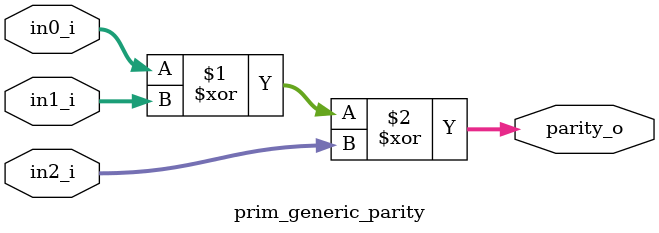
<source format=sv>

module prim_generic_parity #(
    parameter int unsigned Width = 32
) (
    input  logic [Width-1:0] in0_i,
    input  logic [Width-1:0] in1_i,
    input  logic [Width-1:0] in2_i,
    output logic [Width-1:0] parity_o
);

    assign parity_o = in0_i ^ in1_i ^ in2_i;

endmodule
</source>
